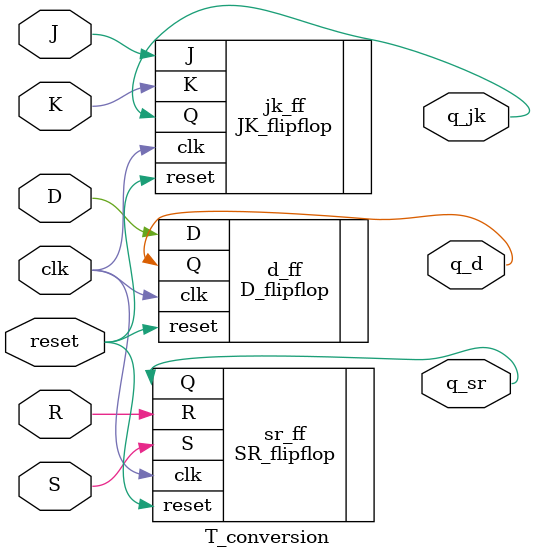
<source format=v>
`timescale 1ns / 1ps

module T_conversion (
    input S, R, J, K, D, clk, reset,
    output q_sr, q_jk, q_d
);
    // Instantiate SR, JK, and D flip-flops using T flip-flop
    SR_flipflop sr_ff (.S(S), .R(R), .clk(clk), .reset(reset), .Q(q_sr));
    JK_flipflop jk_ff (.J(J), .K(K), .clk(clk), .reset(reset), .Q(q_jk));
    D_flipflop d_ff (.D(D), .clk(clk), .reset(reset), .Q(q_d));
endmodule


</source>
